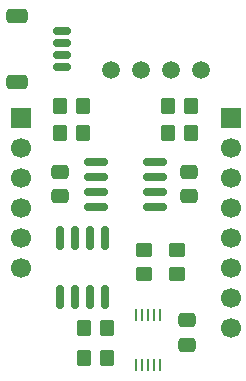
<source format=gbr>
%TF.GenerationSoftware,KiCad,Pcbnew,9.0.3*%
%TF.CreationDate,2025-12-07T20:29:13-06:00*%
%TF.ProjectId,IsolatedADSBoard,49736f6c-6174-4656-9441-4453426f6172,rev?*%
%TF.SameCoordinates,Original*%
%TF.FileFunction,Soldermask,Top*%
%TF.FilePolarity,Negative*%
%FSLAX46Y46*%
G04 Gerber Fmt 4.6, Leading zero omitted, Abs format (unit mm)*
G04 Created by KiCad (PCBNEW 9.0.3) date 2025-12-07 20:29:13*
%MOMM*%
%LPD*%
G01*
G04 APERTURE LIST*
G04 Aperture macros list*
%AMRoundRect*
0 Rectangle with rounded corners*
0 $1 Rounding radius*
0 $2 $3 $4 $5 $6 $7 $8 $9 X,Y pos of 4 corners*
0 Add a 4 corners polygon primitive as box body*
4,1,4,$2,$3,$4,$5,$6,$7,$8,$9,$2,$3,0*
0 Add four circle primitives for the rounded corners*
1,1,$1+$1,$2,$3*
1,1,$1+$1,$4,$5*
1,1,$1+$1,$6,$7*
1,1,$1+$1,$8,$9*
0 Add four rect primitives between the rounded corners*
20,1,$1+$1,$2,$3,$4,$5,0*
20,1,$1+$1,$4,$5,$6,$7,0*
20,1,$1+$1,$6,$7,$8,$9,0*
20,1,$1+$1,$8,$9,$2,$3,0*%
G04 Aperture macros list end*
%ADD10RoundRect,0.250000X-0.350000X-0.450000X0.350000X-0.450000X0.350000X0.450000X-0.350000X0.450000X0*%
%ADD11RoundRect,0.250000X0.350000X0.450000X-0.350000X0.450000X-0.350000X-0.450000X0.350000X-0.450000X0*%
%ADD12R,0.250000X1.100000*%
%ADD13C,1.500000*%
%ADD14RoundRect,0.150000X-0.825000X-0.150000X0.825000X-0.150000X0.825000X0.150000X-0.825000X0.150000X0*%
%ADD15RoundRect,0.250000X-0.475000X0.337500X-0.475000X-0.337500X0.475000X-0.337500X0.475000X0.337500X0*%
%ADD16R,1.700000X1.700000*%
%ADD17C,1.700000*%
%ADD18RoundRect,0.150000X-0.625000X0.150000X-0.625000X-0.150000X0.625000X-0.150000X0.625000X0.150000X0*%
%ADD19RoundRect,0.250000X-0.650000X0.350000X-0.650000X-0.350000X0.650000X-0.350000X0.650000X0.350000X0*%
%ADD20RoundRect,0.250000X0.475000X-0.337500X0.475000X0.337500X-0.475000X0.337500X-0.475000X-0.337500X0*%
%ADD21RoundRect,0.250000X-0.450000X0.350000X-0.450000X-0.350000X0.450000X-0.350000X0.450000X0.350000X0*%
%ADD22RoundRect,0.150000X-0.150000X0.825000X-0.150000X-0.825000X0.150000X-0.825000X0.150000X0.825000X0*%
G04 APERTURE END LIST*
D10*
%TO.C,R7*%
X132350000Y-69850000D03*
X134350000Y-69850000D03*
%TD*%
D11*
%TO.C,R12*%
X134350000Y-72390000D03*
X132350000Y-72390000D03*
%TD*%
D12*
%TO.C,U3*%
X136795000Y-73002000D03*
X137295000Y-73002000D03*
X137795000Y-73002000D03*
X138295000Y-73002000D03*
X138795000Y-73002000D03*
X138795000Y-68702000D03*
X138295000Y-68702000D03*
X137795000Y-68702000D03*
X137295000Y-68702000D03*
X136795000Y-68702000D03*
%TD*%
D13*
%TO.C,U14*%
X134620000Y-48006000D03*
X137160000Y-48006000D03*
X139700000Y-48006000D03*
X142240000Y-48006000D03*
%TD*%
D14*
%TO.C,U13*%
X133415000Y-55753000D03*
X133415000Y-57023000D03*
X133415000Y-58293000D03*
X133415000Y-59563000D03*
X138365000Y-59563000D03*
X138365000Y-58293000D03*
X138365000Y-57023000D03*
X138365000Y-55753000D03*
%TD*%
D15*
%TO.C,C8*%
X130302000Y-56620500D03*
X130302000Y-58695500D03*
%TD*%
D16*
%TO.C,J2*%
X144780000Y-52070000D03*
D17*
X144780000Y-54610000D03*
X144780000Y-57150000D03*
X144780000Y-59690000D03*
X144780000Y-62230000D03*
X144780000Y-64770000D03*
X144780000Y-67310000D03*
X144780000Y-69850000D03*
%TD*%
D15*
%TO.C,C7*%
X141224000Y-56620500D03*
X141224000Y-58695500D03*
%TD*%
D18*
%TO.C,J3*%
X130524000Y-44728000D03*
X130524000Y-45728000D03*
X130524000Y-46728000D03*
X130524000Y-47728000D03*
D19*
X126649000Y-43428000D03*
X126649000Y-49028000D03*
%TD*%
D20*
%TO.C,C4*%
X141081000Y-71263500D03*
X141081000Y-69188500D03*
%TD*%
D10*
%TO.C,R1*%
X130318000Y-53340000D03*
X132318000Y-53340000D03*
%TD*%
D11*
%TO.C,R3*%
X141462000Y-51054000D03*
X139462000Y-51054000D03*
%TD*%
D21*
%TO.C,R6*%
X140208000Y-63262000D03*
X140208000Y-65262000D03*
%TD*%
D11*
%TO.C,R4*%
X141462000Y-53340000D03*
X139462000Y-53340000D03*
%TD*%
D16*
%TO.C,J1*%
X127000000Y-52070000D03*
D17*
X127000000Y-54610000D03*
X127000000Y-57150000D03*
X127000000Y-59690000D03*
X127000000Y-62230000D03*
X127000000Y-64770000D03*
%TD*%
D21*
%TO.C,R5*%
X137414000Y-63262000D03*
X137414000Y-65262000D03*
%TD*%
D10*
%TO.C,R2*%
X130318000Y-51036000D03*
X132318000Y-51036000D03*
%TD*%
D22*
%TO.C,U1*%
X134112000Y-62230000D03*
X132842000Y-62230000D03*
X131572000Y-62230000D03*
X130302000Y-62230000D03*
X130302000Y-67180000D03*
X131572000Y-67180000D03*
X132842000Y-67180000D03*
X134112000Y-67180000D03*
%TD*%
M02*

</source>
